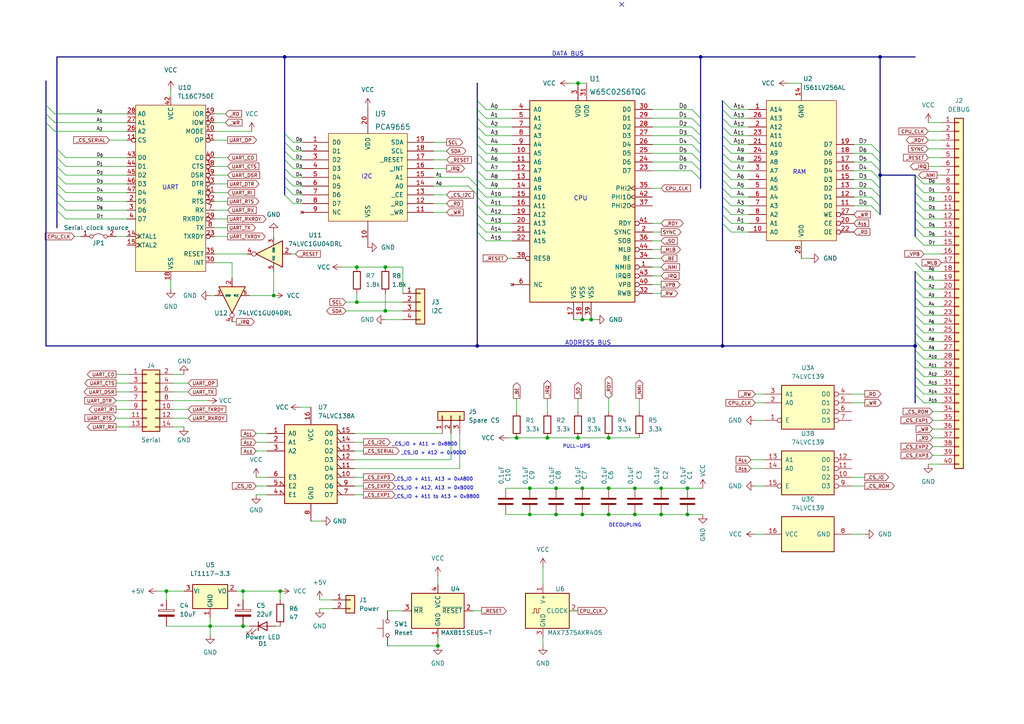
<source format=kicad_sch>
(kicad_sch (version 20211123) (generator eeschema)
  (paper "A4")
  (junction (at 199.39 141.605))
  (junction (at 111.76 77.47))
  (junction (at 199.39 149.225))
  (junction (at 191.77 141.605))
  (junction (at 171.45 92.71))
  (junction (at 161.29 149.225))
  (junction (at 161.29 141.605))
  (junction (at 167.64 127))
  (junction (at 168.91 149.225))
  (junction (at 81.28 171.45))
  (junction (at 149.86 127))
  (junction (at 153.67 149.225))
  (junction (at 153.67 141.605))
  (junction (at 203.2 16.51))
  (junction (at 168.91 141.605))
  (junction (at 60.96 181.61))
  (junction (at 103.505 77.47))
  (junction (at 79.375 85.725))
  (junction (at 111.76 90.17))
  (junction (at 176.53 149.225))
  (junction (at 176.53 127))
  (junction (at 265.43 100.33))
  (junction (at 138.43 100.33))
  (junction (at 168.91 92.71))
  (junction (at 82.55 16.51))
  (junction (at 70.485 171.45))
  (junction (at 255.27 50.8))
  (junction (at 255.27 16.51))
  (junction (at 70.485 181.61))
  (junction (at 127 187.325))
  (junction (at 103.505 87.63))
  (junction (at 167.64 24.13))
  (junction (at 48.26 171.45))
  (junction (at 209.55 100.33))
  (junction (at 184.15 141.605))
  (junction (at 158.75 127))
  (junction (at 176.53 141.605))
  (junction (at 184.15 149.225))
  (junction (at 191.77 149.225))
  (no_connect (at 180.34 1.27))
  (bus_entry (at 16.51 43.18) (size 2.54 2.54))
  (bus_entry (at 212.09 34.29) (size -2.54 -2.54))
  (bus_entry (at 212.09 31.75) (size -2.54 -2.54))
  (bus_entry (at 212.09 39.37) (size -2.54 -2.54))
  (bus_entry (at 212.09 36.83) (size -2.54 -2.54))
  (bus_entry (at 212.09 41.91) (size -2.54 -2.54))
  (bus_entry (at 212.09 44.45) (size -2.54 -2.54))
  (bus_entry (at 212.09 49.53) (size -2.54 -2.54))
  (bus_entry (at 212.09 52.07) (size -2.54 -2.54))
  (bus_entry (at 212.09 59.69) (size -2.54 -2.54))
  (bus_entry (at 212.09 64.77) (size -2.54 -2.54))
  (bus_entry (at 212.09 67.31) (size -2.54 -2.54))
  (bus_entry (at 212.09 62.23) (size -2.54 -2.54))
  (bus_entry (at 212.09 54.61) (size -2.54 -2.54))
  (bus_entry (at 212.09 46.99) (size -2.54 -2.54))
  (bus_entry (at 212.09 57.15) (size -2.54 -2.54))
  (bus_entry (at 138.43 57.15) (size 2.54 2.54))
  (bus_entry (at 138.43 62.23) (size 2.54 2.54))
  (bus_entry (at 138.43 59.69) (size 2.54 2.54))
  (bus_entry (at 138.43 64.77) (size 2.54 2.54))
  (bus_entry (at 138.43 67.31) (size 2.54 2.54))
  (bus_entry (at 138.43 54.61) (size 2.54 2.54))
  (bus_entry (at 138.43 49.53) (size 2.54 2.54))
  (bus_entry (at 138.43 52.07) (size 2.54 2.54))
  (bus_entry (at 138.43 46.99) (size 2.54 2.54))
  (bus_entry (at 138.43 39.37) (size 2.54 2.54))
  (bus_entry (at 138.43 41.91) (size 2.54 2.54))
  (bus_entry (at 138.43 44.45) (size 2.54 2.54))
  (bus_entry (at 265.43 83.82) (size 2.54 2.54))
  (bus_entry (at 16.51 48.26) (size 2.54 2.54))
  (bus_entry (at 265.43 66.04) (size 2.54 2.54))
  (bus_entry (at 82.55 56.515) (size 2.54 2.54))
  (bus_entry (at 16.51 45.72) (size 2.54 2.54))
  (bus_entry (at 16.51 58.42) (size 2.54 2.54))
  (bus_entry (at 265.43 101.6) (size 2.54 2.54))
  (bus_entry (at 265.43 96.52) (size 2.54 2.54))
  (bus_entry (at 265.43 63.5) (size 2.54 2.54))
  (bus_entry (at 82.55 41.275) (size 2.54 2.54))
  (bus_entry (at 16.51 53.34) (size 2.54 2.54))
  (bus_entry (at 13.335 35.56) (size 2.54 2.54))
  (bus_entry (at 265.43 86.36) (size 2.54 2.54))
  (bus_entry (at 82.55 53.975) (size 2.54 2.54))
  (bus_entry (at 138.43 34.29) (size 2.54 2.54))
  (bus_entry (at 138.43 31.75) (size 2.54 2.54))
  (bus_entry (at 138.43 29.21) (size 2.54 2.54))
  (bus_entry (at 135.89 53.975) (size 2.54 2.54))
  (bus_entry (at 265.43 111.76) (size 2.54 2.54))
  (bus_entry (at 265.43 68.58) (size 2.54 2.54))
  (bus_entry (at 265.43 88.9) (size 2.54 2.54))
  (bus_entry (at 252.73 41.91) (size 2.54 2.54))
  (bus_entry (at 252.73 59.69) (size 2.54 2.54))
  (bus_entry (at 265.43 93.98) (size 2.54 2.54))
  (bus_entry (at 265.43 104.14) (size 2.54 2.54))
  (bus_entry (at 252.73 57.15) (size 2.54 2.54))
  (bus_entry (at 265.43 81.28) (size 2.54 2.54))
  (bus_entry (at 82.55 38.735) (size 2.54 2.54))
  (bus_entry (at 252.73 54.61) (size 2.54 2.54))
  (bus_entry (at 252.73 49.53) (size 2.54 2.54))
  (bus_entry (at 252.73 52.07) (size 2.54 2.54))
  (bus_entry (at 265.43 106.68) (size 2.54 2.54))
  (bus_entry (at 265.43 114.3) (size 2.54 2.54))
  (bus_entry (at 16.51 60.96) (size 2.54 2.54))
  (bus_entry (at 265.43 91.44) (size 2.54 2.54))
  (bus_entry (at 265.43 55.88) (size 2.54 2.54))
  (bus_entry (at 265.43 109.22) (size 2.54 2.54))
  (bus_entry (at 16.51 55.88) (size 2.54 2.54))
  (bus_entry (at 82.55 46.355) (size 2.54 2.54))
  (bus_entry (at 265.43 60.96) (size 2.54 2.54))
  (bus_entry (at 82.55 48.895) (size 2.54 2.54))
  (bus_entry (at 252.73 44.45) (size 2.54 2.54))
  (bus_entry (at 252.73 46.99) (size 2.54 2.54))
  (bus_entry (at 13.335 33.02) (size 2.54 2.54))
  (bus_entry (at 265.43 99.06) (size 2.54 2.54))
  (bus_entry (at 135.89 51.435) (size 2.54 2.54))
  (bus_entry (at 265.43 58.42) (size 2.54 2.54))
  (bus_entry (at 265.43 53.34) (size 2.54 2.54))
  (bus_entry (at 265.43 76.2) (size 2.54 2.54))
  (bus_entry (at 200.66 39.37) (size 2.54 2.54))
  (bus_entry (at 200.66 41.91) (size 2.54 2.54))
  (bus_entry (at 200.66 36.83) (size 2.54 2.54))
  (bus_entry (at 200.66 46.99) (size 2.54 2.54))
  (bus_entry (at 200.66 49.53) (size 2.54 2.54))
  (bus_entry (at 200.66 44.45) (size 2.54 2.54))
  (bus_entry (at 200.66 34.29) (size 2.54 2.54))
  (bus_entry (at 200.66 31.75) (size 2.54 2.54))
  (bus_entry (at 82.55 51.435) (size 2.54 2.54))
  (bus_entry (at 82.55 43.815) (size 2.54 2.54))
  (bus_entry (at 138.43 36.83) (size 2.54 2.54))
  (bus_entry (at 16.51 50.8) (size 2.54 2.54))
  (bus_entry (at 265.43 78.74) (size 2.54 2.54))
  (bus_entry (at 13.335 30.48) (size 2.54 2.54))
  (bus_entry (at 265.43 50.8) (size 2.54 2.54))
  (wire (pts (xy 189.23 74.93) (xy 191.77 74.93)))
  (bus (pts (xy 13.335 100.33) (xy 138.43 100.33)))
  (wire (pts (xy 62.23 33.02) (xy 65.405 33.02)))
  (wire (pts (xy 85.09 56.515) (xy 87.63 56.515)))
  (wire (pts (xy 85.09 48.895) (xy 87.63 48.895)))
  (wire (pts (xy 212.09 64.77) (xy 217.17 64.77)))
  (wire (pts (xy 189.23 64.77) (xy 191.77 64.77)))
  (bus (pts (xy 138.43 36.83) (xy 138.43 39.37)))
  (bus (pts (xy 265.43 99.06) (xy 265.43 100.33)))
  (bus (pts (xy 203.2 39.37) (xy 203.2 41.91)))
  (wire (pts (xy 74.295 143.51) (xy 77.47 143.51)))
  (wire (pts (xy 140.97 31.75) (xy 148.59 31.75)))
  (wire (pts (xy 33.655 123.825) (xy 37.465 123.825)))
  (wire (pts (xy 189.23 69.85) (xy 191.77 69.85)))
  (bus (pts (xy 138.43 44.45) (xy 138.43 46.99)))
  (bus (pts (xy 16.51 50.8) (xy 16.51 48.26)))
  (wire (pts (xy 102.87 125.73) (xy 128.27 125.73)))
  (bus (pts (xy 203.2 39.37) (xy 203.2 36.83)))
  (bus (pts (xy 255.27 50.8) (xy 255.27 52.07)))
  (wire (pts (xy 67.31 93.345) (xy 68.58 93.345)))
  (bus (pts (xy 255.27 50.8) (xy 265.43 50.8)))
  (bus (pts (xy 255.27 16.51) (xy 255.27 44.45)))
  (wire (pts (xy 62.23 40.64) (xy 66.04 40.64)))
  (bus (pts (xy 265.43 104.14) (xy 265.43 106.68)))
  (wire (pts (xy 147.32 127) (xy 149.86 127)))
  (bus (pts (xy 209.55 46.99) (xy 209.55 49.53)))
  (bus (pts (xy 203.2 49.53) (xy 203.2 52.07)))
  (wire (pts (xy 74.295 125.73) (xy 77.47 125.73)))
  (wire (pts (xy 125.73 51.435) (xy 135.89 51.435)))
  (bus (pts (xy 265.43 63.5) (xy 265.43 66.04)))
  (wire (pts (xy 189.23 46.99) (xy 200.66 46.99)))
  (bus (pts (xy 203.2 46.99) (xy 203.2 49.53)))
  (wire (pts (xy 85.09 41.275) (xy 87.63 41.275)))
  (bus (pts (xy 16.51 58.42) (xy 16.51 55.88)))
  (wire (pts (xy 127 184.785) (xy 127 187.325)))
  (wire (pts (xy 267.97 60.96) (xy 273.05 60.96)))
  (wire (pts (xy 165.1 177.165) (xy 167.64 177.165)))
  (bus (pts (xy 209.55 39.37) (xy 209.55 41.91)))
  (bus (pts (xy 82.55 51.435) (xy 82.55 53.975)))
  (wire (pts (xy 199.39 149.225) (xy 191.77 149.225)))
  (bus (pts (xy 255.27 49.53) (xy 255.27 50.8)))
  (wire (pts (xy 176.53 141.605) (xy 168.91 141.605)))
  (bus (pts (xy 209.55 100.33) (xy 265.43 100.33)))
  (wire (pts (xy 19.05 63.5) (xy 36.83 63.5)))
  (wire (pts (xy 149.86 127) (xy 158.75 127)))
  (wire (pts (xy 90.17 151.13) (xy 93.345 151.13)))
  (bus (pts (xy 203.2 34.29) (xy 203.2 36.83)))
  (wire (pts (xy 212.09 67.31) (xy 217.17 67.31)))
  (wire (pts (xy 86.995 118.11) (xy 90.17 118.11)))
  (wire (pts (xy 112.395 177.165) (xy 116.84 177.165)))
  (bus (pts (xy 13.335 33.02) (xy 13.335 35.56)))
  (wire (pts (xy 111.76 90.17) (xy 116.84 90.17)))
  (wire (pts (xy 189.23 41.91) (xy 200.66 41.91)))
  (wire (pts (xy 62.23 53.34) (xy 66.04 53.34)))
  (bus (pts (xy 265.43 96.52) (xy 265.43 99.06)))
  (wire (pts (xy 49.53 26.035) (xy 49.53 27.94)))
  (wire (pts (xy 33.655 111.125) (xy 37.465 111.125)))
  (wire (pts (xy 167.64 24.13) (xy 170.18 24.13)))
  (wire (pts (xy 217.805 135.89) (xy 221.615 135.89)))
  (wire (pts (xy 49.53 81.28) (xy 49.53 83.82)))
  (wire (pts (xy 267.97 104.14) (xy 273.05 104.14)))
  (wire (pts (xy 189.23 67.31) (xy 191.77 67.31)))
  (wire (pts (xy 189.23 49.53) (xy 200.66 49.53)))
  (wire (pts (xy 247.015 138.43) (xy 250.825 138.43)))
  (wire (pts (xy 267.97 55.88) (xy 273.05 55.88)))
  (wire (pts (xy 74.295 140.97) (xy 77.47 140.97)))
  (wire (pts (xy 15.875 35.56) (xy 36.83 35.56)))
  (wire (pts (xy 62.23 76.2) (xy 67.31 76.2)))
  (bus (pts (xy 16.51 48.26) (xy 16.51 45.72)))
  (wire (pts (xy 140.97 36.83) (xy 148.59 36.83)))
  (wire (pts (xy 48.26 181.61) (xy 60.96 181.61)))
  (wire (pts (xy 19.05 50.8) (xy 36.83 50.8)))
  (wire (pts (xy 70.485 171.45) (xy 70.485 173.99)))
  (wire (pts (xy 19.05 55.88) (xy 36.83 55.88)))
  (wire (pts (xy 189.23 85.09) (xy 191.77 85.09)))
  (bus (pts (xy 255.27 52.07) (xy 255.27 54.61)))
  (wire (pts (xy 267.97 68.58) (xy 273.05 68.58)))
  (wire (pts (xy 168.91 141.605) (xy 161.29 141.605)))
  (wire (pts (xy 199.39 141.605) (xy 191.77 141.605)))
  (wire (pts (xy 100.33 87.63) (xy 103.505 87.63)))
  (wire (pts (xy 62.23 68.58) (xy 66.04 68.58)))
  (wire (pts (xy 267.97 99.06) (xy 273.05 99.06)))
  (wire (pts (xy 112.395 187.325) (xy 127 187.325)))
  (bus (pts (xy 82.55 41.275) (xy 82.55 43.815)))
  (wire (pts (xy 140.97 49.53) (xy 148.59 49.53)))
  (wire (pts (xy 168.91 92.71) (xy 171.45 92.71)))
  (bus (pts (xy 265.43 78.74) (xy 265.43 81.28)))
  (bus (pts (xy 138.43 62.23) (xy 138.43 64.77)))
  (wire (pts (xy 74.295 138.43) (xy 77.47 138.43)))
  (wire (pts (xy 189.23 36.83) (xy 200.66 36.83)))
  (wire (pts (xy 50.165 121.285) (xy 54.61 121.285)))
  (wire (pts (xy 267.97 71.12) (xy 273.05 71.12)))
  (bus (pts (xy 82.55 46.355) (xy 82.55 48.895)))
  (wire (pts (xy 102.87 133.35) (xy 130.81 133.35)))
  (bus (pts (xy 265.43 55.88) (xy 265.43 53.34)))
  (wire (pts (xy 212.09 52.07) (xy 217.17 52.07)))
  (wire (pts (xy 267.97 96.52) (xy 273.05 96.52)))
  (bus (pts (xy 82.55 38.735) (xy 82.55 41.275)))
  (wire (pts (xy 60.96 181.61) (xy 60.96 184.15)))
  (bus (pts (xy 16.51 55.88) (xy 16.51 53.34)))
  (wire (pts (xy 70.485 181.61) (xy 72.39 181.61)))
  (bus (pts (xy 209.55 57.15) (xy 209.55 59.69)))
  (wire (pts (xy 176.53 149.225) (xy 168.91 149.225)))
  (wire (pts (xy 103.505 77.47) (xy 99.06 77.47)))
  (wire (pts (xy 74.295 128.27) (xy 77.47 128.27)))
  (wire (pts (xy 84.455 73.66) (xy 85.725 73.66)))
  (bus (pts (xy 13.335 23.495) (xy 13.335 30.48)))
  (wire (pts (xy 102.87 143.51) (xy 105.41 143.51)))
  (wire (pts (xy 247.65 49.53) (xy 252.73 49.53)))
  (wire (pts (xy 33.655 116.205) (xy 37.465 116.205)))
  (wire (pts (xy 212.09 31.75) (xy 217.17 31.75)))
  (wire (pts (xy 267.97 83.82) (xy 273.05 83.82)))
  (bus (pts (xy 209.55 36.83) (xy 209.55 39.37)))
  (wire (pts (xy 219.075 140.97) (xy 221.615 140.97)))
  (wire (pts (xy 166.37 92.71) (xy 168.91 92.71)))
  (wire (pts (xy 79.375 78.74) (xy 79.375 85.725)))
  (bus (pts (xy 265.43 66.04) (xy 265.43 68.58)))
  (bus (pts (xy 209.55 34.29) (xy 209.55 36.83)))
  (bus (pts (xy 209.55 41.91) (xy 209.55 44.45)))
  (wire (pts (xy 50.165 113.665) (xy 54.61 113.665)))
  (bus (pts (xy 265.43 101.6) (xy 265.43 104.14)))
  (wire (pts (xy 62.23 50.8) (xy 66.04 50.8)))
  (wire (pts (xy 33.655 113.665) (xy 37.465 113.665)))
  (wire (pts (xy 184.15 141.605) (xy 176.53 141.605)))
  (wire (pts (xy 103.505 77.47) (xy 111.76 77.47)))
  (wire (pts (xy 267.97 91.44) (xy 273.05 91.44)))
  (wire (pts (xy 219.075 154.94) (xy 221.615 154.94)))
  (wire (pts (xy 116.84 77.47) (xy 111.76 77.47)))
  (wire (pts (xy 147.32 74.93) (xy 148.59 74.93)))
  (wire (pts (xy 267.97 101.6) (xy 273.05 101.6)))
  (wire (pts (xy 267.97 93.98) (xy 273.05 93.98)))
  (wire (pts (xy 267.97 66.04) (xy 273.05 66.04)))
  (wire (pts (xy 60.96 85.725) (xy 62.23 85.725)))
  (wire (pts (xy 50.165 118.745) (xy 54.61 118.745)))
  (wire (pts (xy 102.87 140.97) (xy 105.41 140.97)))
  (wire (pts (xy 189.23 80.01) (xy 191.77 80.01)))
  (wire (pts (xy 212.09 46.99) (xy 217.17 46.99)))
  (bus (pts (xy 138.43 67.31) (xy 138.43 100.33)))
  (bus (pts (xy 209.55 54.61) (xy 209.55 57.15)))
  (wire (pts (xy 217.805 133.35) (xy 221.615 133.35)))
  (wire (pts (xy 247.65 44.45) (xy 252.73 44.45)))
  (wire (pts (xy 212.09 34.29) (xy 217.17 34.29)))
  (wire (pts (xy 189.23 77.47) (xy 191.77 77.47)))
  (bus (pts (xy 209.55 64.77) (xy 209.55 62.23)))
  (wire (pts (xy 50.165 123.825) (xy 53.34 123.825)))
  (bus (pts (xy 138.43 24.13) (xy 138.43 29.21)))
  (wire (pts (xy 234.95 74.93) (xy 232.41 74.93)))
  (bus (pts (xy 209.55 52.07) (xy 209.55 54.61)))
  (wire (pts (xy 125.73 43.815) (xy 129.54 43.815)))
  (wire (pts (xy 130.81 125.73) (xy 130.81 133.35)))
  (wire (pts (xy 158.75 127) (xy 167.64 127)))
  (wire (pts (xy 219.075 116.84) (xy 221.615 116.84)))
  (bus (pts (xy 138.43 34.29) (xy 138.43 36.83)))
  (wire (pts (xy 60.96 181.61) (xy 70.485 181.61)))
  (wire (pts (xy 167.64 127) (xy 176.53 127)))
  (wire (pts (xy 125.73 56.515) (xy 129.54 56.515)))
  (wire (pts (xy 125.73 61.595) (xy 129.54 61.595)))
  (wire (pts (xy 140.97 39.37) (xy 148.59 39.37)))
  (bus (pts (xy 138.43 100.33) (xy 209.55 100.33)))
  (wire (pts (xy 111.76 92.71) (xy 116.84 92.71)))
  (wire (pts (xy 270.51 129.54) (xy 273.05 129.54)))
  (bus (pts (xy 265.43 50.8) (xy 265.43 53.34)))
  (bus (pts (xy 265.43 100.33) (xy 265.43 101.6)))
  (wire (pts (xy 203.835 141.605) (xy 199.39 141.605)))
  (wire (pts (xy 269.24 40.64) (xy 273.05 40.64)))
  (bus (pts (xy 265.43 88.9) (xy 265.43 91.44)))
  (bus (pts (xy 209.55 59.69) (xy 209.55 62.23)))
  (wire (pts (xy 80.01 181.61) (xy 81.28 181.61)))
  (bus (pts (xy 265.43 58.42) (xy 265.43 60.96)))
  (wire (pts (xy 92.71 176.53) (xy 96.52 176.53)))
  (bus (pts (xy 203.2 44.45) (xy 203.2 46.99)))
  (wire (pts (xy 33.655 118.745) (xy 37.465 118.745)))
  (wire (pts (xy 267.97 116.84) (xy 273.05 116.84)))
  (wire (pts (xy 189.23 34.29) (xy 200.66 34.29)))
  (wire (pts (xy 62.23 58.42) (xy 66.04 58.42)))
  (wire (pts (xy 189.23 44.45) (xy 200.66 44.45)))
  (wire (pts (xy 62.23 60.96) (xy 66.04 60.96)))
  (bus (pts (xy 13.335 30.48) (xy 13.335 33.02)))
  (bus (pts (xy 82.55 16.51) (xy 203.2 16.51)))
  (bus (pts (xy 138.43 29.21) (xy 138.43 31.75)))
  (wire (pts (xy 15.875 38.1) (xy 36.83 38.1)))
  (wire (pts (xy 271.78 50.8) (xy 273.05 50.8)))
  (bus (pts (xy 16.51 53.34) (xy 16.51 50.8)))
  (wire (pts (xy 212.09 54.61) (xy 217.17 54.61)))
  (wire (pts (xy 116.84 85.09) (xy 116.84 77.47)))
  (wire (pts (xy 267.97 88.9) (xy 273.05 88.9)))
  (wire (pts (xy 167.64 115.57) (xy 167.64 119.38)))
  (wire (pts (xy 140.97 52.07) (xy 148.59 52.07)))
  (bus (pts (xy 138.43 49.53) (xy 138.43 52.07)))
  (wire (pts (xy 203.835 149.225) (xy 199.39 149.225)))
  (wire (pts (xy 33.655 108.585) (xy 37.465 108.585)))
  (wire (pts (xy 189.23 31.75) (xy 200.66 31.75)))
  (wire (pts (xy 269.24 35.56) (xy 273.05 35.56)))
  (wire (pts (xy 158.75 115.57) (xy 158.75 119.38)))
  (wire (pts (xy 102.87 128.27) (xy 105.41 128.27)))
  (wire (pts (xy 85.09 46.355) (xy 87.63 46.355)))
  (wire (pts (xy 153.67 149.225) (xy 161.29 149.225)))
  (wire (pts (xy 157.48 184.785) (xy 157.48 187.325)))
  (wire (pts (xy 19.05 58.42) (xy 36.83 58.42)))
  (wire (pts (xy 212.09 36.83) (xy 217.17 36.83)))
  (wire (pts (xy 146.685 149.225) (xy 153.67 149.225)))
  (wire (pts (xy 247.015 154.94) (xy 250.825 154.94)))
  (wire (pts (xy 62.23 55.88) (xy 66.04 55.88)))
  (bus (pts (xy 82.55 16.51) (xy 82.55 38.735)))
  (wire (pts (xy 270.51 124.46) (xy 273.05 124.46)))
  (bus (pts (xy 203.2 16.51) (xy 255.27 16.51)))
  (bus (pts (xy 265.43 81.28) (xy 265.43 83.82)))
  (wire (pts (xy 228.6 24.13) (xy 232.41 24.13)))
  (wire (pts (xy 68.58 171.45) (xy 70.485 171.45)))
  (wire (pts (xy 270.51 121.92) (xy 273.05 121.92)))
  (bus (pts (xy 138.43 52.07) (xy 138.43 53.975)))
  (bus (pts (xy 203.2 16.51) (xy 203.2 34.29)))
  (bus (pts (xy 265.43 91.44) (xy 265.43 93.98)))
  (wire (pts (xy 48.26 171.45) (xy 53.34 171.45)))
  (bus (pts (xy 255.27 16.51) (xy 265.43 16.51)))
  (wire (pts (xy 191.77 149.225) (xy 184.15 149.225)))
  (wire (pts (xy 50.165 111.125) (xy 54.61 111.125)))
  (wire (pts (xy 247.015 114.3) (xy 250.825 114.3)))
  (wire (pts (xy 267.97 111.76) (xy 273.05 111.76)))
  (bus (pts (xy 16.51 16.51) (xy 82.55 16.51)))
  (wire (pts (xy 247.015 140.97) (xy 250.825 140.97)))
  (wire (pts (xy 269.24 38.1) (xy 273.05 38.1)))
  (wire (pts (xy 92.71 173.99) (xy 96.52 173.99)))
  (wire (pts (xy 189.23 72.39) (xy 191.77 72.39)))
  (wire (pts (xy 125.73 48.895) (xy 129.54 48.895)))
  (wire (pts (xy 70.485 171.45) (xy 81.28 171.45)))
  (wire (pts (xy 191.77 141.605) (xy 184.15 141.605)))
  (wire (pts (xy 267.97 109.22) (xy 273.05 109.22)))
  (bus (pts (xy 138.43 46.99) (xy 138.43 49.53)))
  (wire (pts (xy 102.87 135.89) (xy 133.35 135.89)))
  (wire (pts (xy 267.97 53.34) (xy 273.05 53.34)))
  (bus (pts (xy 265.43 60.96) (xy 265.43 63.5)))
  (bus (pts (xy 209.55 31.75) (xy 209.55 29.21)))
  (wire (pts (xy 176.53 127) (xy 185.42 127)))
  (bus (pts (xy 265.43 111.76) (xy 265.43 114.3)))
  (bus (pts (xy 209.55 49.53) (xy 209.55 52.07)))
  (wire (pts (xy 79.375 67.31) (xy 79.375 68.58)))
  (wire (pts (xy 149.86 115.57) (xy 149.86 119.38)))
  (wire (pts (xy 269.24 43.18) (xy 273.05 43.18)))
  (bus (pts (xy 16.51 43.18) (xy 16.51 16.51)))
  (wire (pts (xy 15.875 33.02) (xy 36.83 33.02)))
  (wire (pts (xy 45.72 171.45) (xy 48.26 171.45)))
  (bus (pts (xy 16.51 60.96) (xy 16.51 58.42)))
  (wire (pts (xy 125.73 46.355) (xy 129.54 46.355)))
  (bus (pts (xy 203.2 41.91) (xy 203.2 44.45)))
  (wire (pts (xy 62.23 38.1) (xy 73.025 38.1)))
  (wire (pts (xy 140.97 62.23) (xy 148.59 62.23)))
  (bus (pts (xy 138.43 59.69) (xy 138.43 62.23)))
  (wire (pts (xy 103.505 87.63) (xy 116.84 87.63)))
  (wire (pts (xy 212.09 39.37) (xy 217.17 39.37)))
  (bus (pts (xy 203.2 52.07) (xy 203.2 54.61)))
  (wire (pts (xy 33.655 68.58) (xy 36.83 68.58)))
  (wire (pts (xy 140.97 67.31) (xy 148.59 67.31)))
  (wire (pts (xy 111.76 85.09) (xy 111.76 90.17)))
  (wire (pts (xy 270.51 127) (xy 273.05 127)))
  (wire (pts (xy 140.97 41.91) (xy 148.59 41.91)))
  (wire (pts (xy 137.16 177.165) (xy 139.7 177.165)))
  (wire (pts (xy 269.24 134.62) (xy 273.05 134.62)))
  (wire (pts (xy 267.97 81.28) (xy 273.05 81.28)))
  (wire (pts (xy 168.91 149.225) (xy 161.29 149.225)))
  (wire (pts (xy 247.65 52.07) (xy 252.73 52.07)))
  (wire (pts (xy 140.97 64.77) (xy 148.59 64.77)))
  (wire (pts (xy 212.09 62.23) (xy 217.17 62.23)))
  (bus (pts (xy 16.51 66.04) (xy 16.51 60.96)))
  (wire (pts (xy 247.65 41.91) (xy 252.73 41.91)))
  (wire (pts (xy 140.97 34.29) (xy 148.59 34.29)))
  (wire (pts (xy 19.05 60.96) (xy 36.83 60.96)))
  (bus (pts (xy 255.27 57.15) (xy 255.27 59.69)))
  (wire (pts (xy 140.97 54.61) (xy 148.59 54.61)))
  (bus (pts (xy 209.55 44.45) (xy 209.55 46.99)))
  (wire (pts (xy 140.97 46.99) (xy 148.59 46.99)))
  (bus (pts (xy 255.27 54.61) (xy 255.27 57.15)))
  (wire (pts (xy 140.97 44.45) (xy 148.59 44.45)))
  (bus (pts (xy 265.43 58.42) (xy 265.43 55.88)))
  (wire (pts (xy 171.45 92.71) (xy 172.72 92.71)))
  (wire (pts (xy 165.1 24.13) (xy 167.64 24.13)))
  (wire (pts (xy 247.65 57.15) (xy 252.73 57.15)))
  (wire (pts (xy 267.97 106.68) (xy 273.05 106.68)))
  (wire (pts (xy 212.09 57.15) (xy 217.17 57.15)))
  (wire (pts (xy 50.165 116.205) (xy 60.325 116.205)))
  (wire (pts (xy 81.28 171.45) (xy 81.28 173.99)))
  (wire (pts (xy 267.97 63.5) (xy 273.05 63.5)))
  (wire (pts (xy 140.97 69.85) (xy 148.59 69.85)))
  (wire (pts (xy 102.87 130.81) (xy 105.41 130.81)))
  (wire (pts (xy 212.09 49.53) (xy 217.17 49.53)))
  (wire (pts (xy 189.23 82.55) (xy 191.77 82.55)))
  (wire (pts (xy 267.97 78.74) (xy 273.05 78.74)))
  (wire (pts (xy 270.51 119.38) (xy 273.05 119.38)))
  (wire (pts (xy 103.505 85.09) (xy 103.505 87.63)))
  (bus (pts (xy 265.43 109.22) (xy 265.43 111.76)))
  (wire (pts (xy 270.51 132.08) (xy 273.05 132.08)))
  (wire (pts (xy 153.67 141.605) (xy 161.29 141.605)))
  (wire (pts (xy 19.05 53.34) (xy 36.83 53.34)))
  (wire (pts (xy 62.23 48.26) (xy 66.04 48.26)))
  (wire (pts (xy 247.015 116.84) (xy 250.825 116.84)))
  (wire (pts (xy 212.09 41.91) (xy 217.17 41.91)))
  (wire (pts (xy 62.23 45.72) (xy 66.04 45.72)))
  (wire (pts (xy 269.24 48.26) (xy 273.05 48.26)))
  (wire (pts (xy 267.97 73.66) (xy 273.05 73.66)))
  (wire (pts (xy 48.26 171.45) (xy 48.26 173.99)))
  (wire (pts (xy 184.15 149.225) (xy 176.53 149.225)))
  (wire (pts (xy 67.31 80.645) (xy 67.31 76.2)))
  (bus (pts (xy 82.55 43.815) (xy 82.55 46.355)))
  (wire (pts (xy 247.65 59.69) (xy 252.73 59.69)))
  (bus (pts (xy 16.51 45.72) (xy 16.51 43.18)))
  (wire (pts (xy 60.96 179.07) (xy 60.96 181.61)))
  (wire (pts (xy 50.165 108.585) (xy 53.34 108.585)))
  (wire (pts (xy 62.23 66.04) (xy 66.04 66.04)))
  (wire (pts (xy 219.075 114.3) (xy 221.615 114.3)))
  (wire (pts (xy 85.09 53.975) (xy 87.63 53.975)))
  (wire (pts (xy 140.97 57.15) (xy 148.59 57.15)))
  (wire (pts (xy 74.295 130.81) (xy 77.47 130.81)))
  (wire (pts (xy 146.685 141.605) (xy 153.67 141.605)))
  (wire (pts (xy 100.33 90.17) (xy 111.76 90.17)))
  (wire (pts (xy 247.65 46.99) (xy 252.73 46.99)))
  (wire (pts (xy 72.39 85.725) (xy 79.375 85.725)))
  (wire (pts (xy 185.42 115.57) (xy 185.42 119.38)))
  (bus (pts (xy 255.27 46.99) (xy 255.27 49.53)))
  (wire (pts (xy 85.09 59.055) (xy 87.63 59.055)))
  (bus (pts (xy 209.55 34.29) (xy 209.55 31.75)))
  (bus (pts (xy 138.43 64.77) (xy 138.43 67.31)))
  (wire (pts (xy 212.09 44.45) (xy 217.17 44.45)))
  (bus (pts (xy 82.55 48.895) (xy 82.55 51.435)))
  (wire (pts (xy 31.75 40.64) (xy 36.83 40.64)))
  (wire (pts (xy 125.73 59.055) (xy 129.54 59.055)))
  (wire (pts (xy 85.09 51.435) (xy 87.63 51.435)))
  (wire (pts (xy 33.655 121.285) (xy 37.465 121.285)))
  (bus (pts (xy 138.43 39.37) (xy 138.43 41.91)))
  (wire (pts (xy 133.35 125.73) (xy 133.35 135.89)))
  (wire (pts (xy 269.24 45.72) (xy 273.05 45.72)))
  (wire (pts (xy 19.05 48.26) (xy 36.83 48.26)))
  (bus (pts (xy 255.27 44.45) (xy 255.27 46.99)))
  (wire (pts (xy 125.73 41.275) (xy 129.54 41.275)))
  (wire (pts (xy 157.48 164.465) (xy 157.48 169.545)))
  (wire (pts (xy 21.59 68.58) (xy 23.495 68.58)))
  (wire (pts (xy 267.97 114.3) (xy 273.05 114.3)))
  (bus (pts (xy 255.27 59.69) (xy 255.27 62.23)))
  (bus (pts (xy 138.43 54.61) (xy 138.43 56.515)))
  (bus (pts (xy 138.43 56.515) (xy 138.43 57.15)))
  (wire (pts (xy 125.73 53.975) (xy 135.89 53.975)))
  (wire (pts (xy 176.53 115.57) (xy 176.53 119.38)))
  (wire (pts (xy 212.09 59.69) (xy 217.17 59.69)))
  (bus (pts (xy 138.43 31.75) (xy 138.43 34.29)))
  (wire (pts (xy 85.09 43.815) (xy 87.63 43.815)))
  (wire (pts (xy 127 167.005) (xy 127 169.545)))
  (bus (pts (xy 209.55 64.77) (xy 209.55 100.33)))
  (wire (pts (xy 219.075 121.92) (xy 221.615 121.92)))
  (wire (pts (xy 19.05 45.72) (xy 36.83 45.72)))
  (wire (pts (xy 267.97 58.42) (xy 273.05 58.42)))
  (wire (pts (xy 102.87 138.43) (xy 105.41 138.43)))
  (bus (pts (xy 13.335 35.56) (xy 13.335 100.33)))
  (wire (pts (xy 189.23 54.61) (xy 191.77 54.61)))
  (wire (pts (xy 62.23 35.56) (xy 65.405 35.56)))
  (wire (pts (xy 140.97 59.69) (xy 148.59 59.69)))
  (wire (pts (xy 189.23 39.37) (xy 200.66 39.37)))
  (bus (pts (xy 138.43 41.91) (xy 138.43 44.45)))
  (wire (pts (xy 62.23 73.66) (xy 71.755 73.66)))
  (bus (pts (xy 138.43 57.15) (xy 138.43 59.69)))
  (bus (pts (xy 265.43 114.3) (xy 265.43 116.84)))
  (wire (pts (xy 247.65 54.61) (xy 252.73 54.61)))
  (wire (pts (xy 267.97 86.36) (xy 273.05 86.36)))
  (bus (pts (xy 138.43 53.975) (xy 138.43 54.61)))
  (bus (pts (xy 265.43 86.36) (xy 265.43 88.9)))
  (wire (pts (xy 62.23 63.5) (xy 66.04 63.5)))
  (bus (pts (xy 82.55 53.975) (xy 82.55 56.515)))
  (bus (pts (xy 265.43 93.98) (xy 265.43 96.52)))
  (bus (pts (xy 265.43 106.68) (xy 265.43 109.22)))
  (bus (pts (xy 265.43 83.82) (xy 265.43 86.36)))
  (text "UART" (at 46.99 55.245 0) (effects (font (size 1.27 1.27)) (justify left bottom)))
  (text "I2C" (at 104.775 52.07 0) (effects (font (size 1.27 1.27)) (justify left bottom)))
  (text "_CS_IO + A11, A13 = 0xA800" (at 114.3 139.7 0) (effects (font (size 1 1)) (justify left bottom)))
  (text "_CS_IO + A12 = 0x9000" (at 116.205 132.08 0) (effects (font (size 1 1)) (justify left bottom)))
  (text "DATA BUS" (at 160.02 16.51 0) (effects (font (size 1.27 1.27)) (justify left bottom)))
  (text "CPU" (at 166.37 58.42 0) (effects (font (size 1.27 1.27)) (justify left bottom)))
  (text "DECOUPLING" (at 176.53 153.035 0) (effects (font (size 1 1)) (justify left bottom)))
  (text "ADDRESS BUS" (at 163.83 100.33 0) (effects (font (size 1.27 1.27)) (justify left bottom)))
  (text "_CS_IO + A11 = 0x8800" (at 113.665 129.54 0) (effects (font (size 1 1)) (justify left bottom)))
  (text "_CS_IO + A11 to A13 = 0xB800" (at 114.3 144.78 0) (effects (font (size 1 1)) (justify left bottom)))
  (text "PULL-UPS" (at 163.195 130.175 0) (effects (font (size 1 1)) (justify left bottom)))
  (text "_CS_IO + A12, A13 = 0xB000" (at 114.3 142.24 0) (effects (font (size 1 1)) (justify left bottom)))
  (text "RAM" (at 229.87 50.8 0) (effects (font (size 1.27 1.27)) (justify left bottom)))
  (label "A_{2}" (at 27.94 38.1 0) (effects (font (size 1 1))))
  (label "D_{4}" (at 85.725 51.435 0) (effects (font (size 1 1))))
  (label "D_{0}" (at 85.725 41.275 0) (effects (font (size 1 1))))
  (label "A_{13}" (at 269.24 111.76 0) (effects (font (size 1 1))))
  (label "D_{0}" (at 269.24 53.34 0) (effects (font (size 1 1))))
  (label "D_{7}" (at 85.725 59.055 0) (effects (font (size 1 1))))
  (label "D_{2}" (at 269.24 58.42 0) (effects (font (size 1 1))))
  (label "A_{4}" (at 215.9 57.15 180))
  (label "A_{12}" (at 142.24 62.23 0))
  (label "D_{1}" (at 251.46 57.15 180))
  (label "D_{6}" (at 85.725 56.515 0) (effects (font (size 1 1))))
  (label "D_{2}" (at 196.85 36.83 0))
  (label "A_{6}" (at 215.9 52.07 180))
  (label "A_{0}" (at 142.24 31.75 0))
  (label "A_{1}" (at 27.94 35.56 0) (effects (font (size 1 1))))
  (label "A_{0}" (at 126.365 53.975 0) (effects (font (size 1 1))))
  (label "D_{2}" (at 27.94 50.8 0) (effects (font (size 1 1))))
  (label "A_{14}" (at 215.9 31.75 180))
  (label "A_{6}" (at 269.24 93.98 0) (effects (font (size 1 1))))
  (label "D_{4}" (at 196.85 41.91 0))
  (label "D_{1}" (at 196.85 34.29 0))
  (label "A_{14}" (at 142.24 67.31 0))
  (label "A_{9}" (at 269.24 101.6 0) (effects (font (size 1 1))))
  (label "D_{7}" (at 27.94 63.5 0) (effects (font (size 1 1))))
  (label "A_{4}" (at 269.24 88.9 0) (effects (font (size 1 1))))
  (label "D_{3}" (at 251.46 52.07 180))
  (label "A_{6}" (at 142.24 46.99 0))
  (label "A_{12}" (at 269.24 109.22 0) (effects (font (size 1 1))))
  (label "D_{3}" (at 27.94 53.34 0) (effects (font (size 1 1))))
  (label "D_{1}" (at 269.24 55.88 0) (effects (font (size 1 1))))
  (label "A_{0}" (at 215.9 67.31 180))
  (label "D_{5}" (at 27.94 58.42 0) (effects (font (size 1 1))))
  (label "A_{5}" (at 215.9 54.61 180))
  (label "D_{4}" (at 269.24 63.5 0) (effects (font (size 1 1))))
  (label "A_{3}" (at 269.24 86.36 0) (effects (font (size 1 1))))
  (label "D_{7}" (at 196.85 49.53 0))
  (label "D_{0}" (at 196.85 31.75 0))
  (label "A_{7}" (at 215.9 49.53 180))
  (label "A_{8}" (at 269.24 99.06 0) (effects (font (size 1 1))))
  (label "A_{11}" (at 142.24 59.69 0))
  (label "D_{2}" (at 85.725 46.355 0) (effects (font (size 1 1))))
  (label "D_{5}" (at 85.725 53.975 0) (effects (font (size 1 1))))
  (label "A_{5}" (at 142.24 44.45 0))
  (label "A_{2}" (at 215.9 62.23 180))
  (label "A_{1}" (at 269.24 81.28 0) (effects (font (size 1 1))))
  (label "A_{1}" (at 215.9 64.77 180))
  (label "A_{0}" (at 269.24 78.74 0) (effects (font (size 1 1))))
  (label "A_{11}" (at 215.9 39.37 180))
  (label "D_{6}" (at 251.46 44.45 180))
  (label "A_{8}" (at 215.9 46.99 180))
  (label "D_{5}" (at 269.24 66.04 0) (effects (font (size 1 1))))
  (label "A_{1}" (at 126.365 51.435 0) (effects (font (size 1 1))))
  (label "D_{0}" (at 251.46 59.69 180))
  (label "A_{13}" (at 142.24 64.77 0))
  (label "A_{2}" (at 269.24 83.82 0) (effects (font (size 1 1))))
  (label "A_{2}" (at 142.24 36.83 0))
  (label "D_{3}" (at 85.725 48.895 0) (effects (font (size 1 1))))
  (label "D_{1}" (at 27.94 48.26 0) (effects (font (size 1 1))))
  (label "A_{3}" (at 215.9 59.69 180))
  (label "D_{4}" (at 251.46 49.53 180))
  (label "A_{7}" (at 142.24 49.53 0))
  (label "A_{5}" (at 269.24 91.44 0) (effects (font (size 1 1))))
  (label "A_{9}" (at 215.9 44.45 180))
  (label "A_{0}" (at 27.94 33.02 0) (effects (font (size 1 1))))
  (label "A_{8}" (at 142.24 52.07 0))
  (label "D_{7}" (at 251.46 41.91 180))
  (label "A_{9}" (at 142.24 54.61 0))
  (label "A_{7}" (at 269.24 96.52 0) (effects (font (size 1 1))))
  (label "D_{5}" (at 251.46 46.99 180))
  (label "A_{1}" (at 142.24 34.29 0))
  (label "A_{10}" (at 215.9 41.91 180))
  (label "D_{0}" (at 27.94 45.72 0) (effects (font (size 1 1))))
  (label "A_{3}" (at 142.24 39.37 0))
  (label "A_{14}" (at 269.24 114.3 0) (effects (font (size 1 1))))
  (label "D_{7}" (at 269.24 71.12 0) (effects (font (size 1 1))))
  (label "A_{10}" (at 142.24 57.15 0))
  (label "A_{15}" (at 142.24 69.85 0))
  (label "D_{6}" (at 269.24 68.58 0) (effects (font (size 1 1))))
  (label "D_{3}" (at 196.85 39.37 0))
  (label "A_{11}" (at 269.24 106.68 0) (effects (font (size 1 1))))
  (label "D_{3}" (at 269.24 60.96 0) (effects (font (size 1 1))))
  (label "A_{12}" (at 215.9 36.83 180))
  (label "A_{13}" (at 215.9 34.29 180))
  (label "A_{15}" (at 269.24 116.84 0) (effects (font (size 1 1))))
  (label "D_{6}" (at 196.85 46.99 0))
  (label "A_{4}" (at 142.24 41.91 0))
  (label "D_{6}" (at 27.94 60.96 0) (effects (font (size 1 1))))
  (label "A_{10}" (at 269.24 104.14 0) (effects (font (size 1 1))))
  (label "D_{5}" (at 196.85 44.45 0))
  (label "D_{1}" (at 85.725 43.815 0) (effects (font (size 1 1))))
  (label "D_{2}" (at 251.46 54.61 180))
  (label "D_{4}" (at 27.94 55.88 0) (effects (font (size 1 1))))
  (global_label "UART_DSR" (shape output) (at 33.655 113.665 180) (effects (font (size 1 1))) (property "Intersheet References" "${INTERSHEET_REFS}" (effects hide)))
  (global_label "A_{11}" (shape input) (at 74.295 125.73 180) (effects (font (size 1 1))) (property "Intersheet References" "${INTERSHEET_REFS}" (effects hide)))
  (global_label "_RESET" (shape input) (at 129.54 46.355 0) (effects (font (size 1 1))) (property "Intersheet References" "${INTERSHEET_REFS}" (effects hide)))
  (global_label "UART_CD" (shape input) (at 66.04 45.72 0) (effects (font (size 1 1))) (property "Intersheet References" "${INTERSHEET_REFS}" (effects hide)))
  (global_label "_MLB" (shape output) (at 191.77 72.39 0) (effects (font (size 1 1))) (property "Intersheet References" "${INTERSHEET_REFS}" (effects hide)))
  (global_label "_WR" (shape input) (at 129.54 61.595 0) (effects (font (size 1 1))) (property "Intersheet References" "${INTERSHEET_REFS}" (effects hide)))
  (global_label "UART_TX" (shape input) (at 54.61 113.665 0) (effects (font (size 1 1))) (property "Intersheet References" "${INTERSHEET_REFS}" (effects hide)))
  (global_label "_CS_EXP3" (shape input) (at 270.51 132.08 180) (effects (font (size 1 1))) (property "Intersheet References" "${INTERSHEET_REFS}" (effects hide)))
  (global_label "_RESET" (shape input) (at 147.32 74.93 180) (effects (font (size 1 1))) (property "Intersheet References" "${INTERSHEET_REFS}" (effects hide)))
  (global_label "_BE" (shape input) (at 191.77 74.93 0) (effects (font (size 1 1))) (property "Intersheet References" "${INTERSHEET_REFS}" (effects hide)))
  (global_label "SCL" (shape output) (at 129.54 41.275 0) (effects (font (size 1 1))) (property "Intersheet References" "${INTERSHEET_REFS}" (effects hide)))
  (global_label "UART_RTS" (shape output) (at 66.04 58.42 0) (effects (font (size 1 1))) (property "Intersheet References" "${INTERSHEET_REFS}" (effects hide)))
  (global_label "_CS_SERIAL" (shape output) (at 105.41 130.81 0) (effects (font (size 1 1))) (property "Intersheet References" "${INTERSHEET_REFS}" (effects hide)))
  (global_label "_RDY" (shape bidirectional) (at 191.77 64.77 0) (effects (font (size 1 1))) (property "Intersheet References" "${INTERSHEET_REFS}" (effects hide)))
  (global_label "_IRQ" (shape output) (at 68.58 93.345 0) (effects (font (size 1 1))) (property "Intersheet References" "${INTERSHEET_REFS}" (effects hide)))
  (global_label "UART_DTR" (shape output) (at 66.04 53.34 0) (effects (font (size 1 1))) (property "Intersheet References" "${INTERSHEET_REFS}" (effects hide)))
  (global_label "_MLB" (shape input) (at 273.05 76.2 180) (effects (font (size 1 1))) (property "Intersheet References" "${INTERSHEET_REFS}" (effects hide)))
  (global_label "_RD" (shape input) (at 247.65 67.31 0) (effects (font (size 1 1))) (property "Intersheet References" "${INTERSHEET_REFS}" (effects hide)))
  (global_label "SYNC" (shape input) (at 269.24 43.18 180) (effects (font (size 1 1))) (property "Intersheet References" "${INTERSHEET_REFS}" (effects hide)))
  (global_label "UART_CTS" (shape output) (at 33.655 111.125 180) (effects (font (size 1 1))) (property "Intersheet References" "${INTERSHEET_REFS}" (effects hide)))
  (global_label "_VPB" (shape output) (at 191.77 82.55 0) (effects (font (size 1 1))) (property "Intersheet References" "${INTERSHEET_REFS}" (effects hide)))
  (global_label "_CS_EXP1" (shape input) (at 270.51 121.92 180) (effects (font (size 1 1))) (property "Intersheet References" "${INTERSHEET_REFS}" (effects hide)))
  (global_label "UART_OP" (shape output) (at 66.04 40.64 0) (effects (font (size 1 1))) (property "Intersheet References" "${INTERSHEET_REFS}" (effects hide)))
  (global_label "UART_RX" (shape input) (at 66.04 60.96 0) (effects (font (size 1 1))) (property "Intersheet References" "${INTERSHEET_REFS}" (effects hide)))
  (global_label "_NMI" (shape input) (at 191.77 77.47 0) (effects (font (size 1 1))) (property "Intersheet References" "${INTERSHEET_REFS}" (effects hide)))
  (global_label "_WR" (shape output) (at 250.825 116.84 0) (effects (font (size 1 1))) (property "Intersheet References" "${INTERSHEET_REFS}" (effects hide)))
  (global_label "UART_DSR" (shape input) (at 66.04 50.8 0) (effects (font (size 1 1))) (property "Intersheet References" "${INTERSHEET_REFS}" (effects hide)))
  (global_label "_RD" (shape output) (at 250.825 114.3 0) (effects (font (size 1 1))) (property "Intersheet References" "${INTERSHEET_REFS}" (effects hide)))
  (global_label "UART_RI" (shape input) (at 66.04 55.88 0) (effects (font (size 1 1))) (property "Intersheet References" "${INTERSHEET_REFS}" (effects hide)))
  (global_label "UART_OP" (shape input) (at 54.61 111.125 0) (effects (font (size 1 1))) (property "Intersheet References" "${INTERSHEET_REFS}" (effects hide)))
  (global_label "SDA" (shape bidirectional) (at 129.54 43.815 0) (effects (font (size 1 1))) (property "Intersheet References" "${INTERSHEET_REFS}" (effects hide)))
  (global_label "UART_TXRDY" (shape input) (at 54.61 118.745 0) (effects (font (size 1 1))) (property "Intersheet References" "${INTERSHEET_REFS}" (effects hide)))
  (global_label "_IRQ" (shape output) (at 129.54 48.895 0) (effects (font (size 1 1))) (property "Intersheet References" "${INTERSHEET_REFS}" (effects hide)))
  (global_label "_RW" (shape output) (at 191.77 85.09 0) (effects (font (size 1 1))) (property "Intersheet References" "${INTERSHEET_REFS}" (effects hide)))
  (global_label "_CS_EXP1" (shape output) (at 105.41 143.51 0) (effects (font (size 1 1))) (property "Intersheet References" "${INTERSHEET_REFS}" (effects hide)))
  (global_label "_NMI" (shape output) (at 271.78 50.8 180) (effects (font (size 1 1))) (property "Intersheet References" "${INTERSHEET_REFS}" (effects hide)))
  (global_label "CPU_CLK" (shape input) (at 269.24 38.1 180) (effects (font (size 1 1))) (property "Intersheet References" "${INTERSHEET_REFS}" (effects hide)))
  (global_label "_WR" (shape input) (at 247.65 62.23 0) (effects (font (size 1 1))) (property "Intersheet References" "${INTERSHEET_REFS}" (effects hide)))
  (global_label "_CS_SERIAL" (shape input) (at 31.75 40.64 180) (effects (font (size 1 1))) (property "Intersheet References" "${INTERSHEET_REFS}" (effects hide)))
  (global_label "UART_RX" (shape output) (at 33.655 123.825 180) (effects (font (size 1 1))) (property "Intersheet References" "${INTERSHEET_REFS}" (effects hide)))
  (global_label "_WR" (shape input) (at 65.405 35.56 0) (effects (font (size 1 1))) (property "Intersheet References" "${INTERSHEET_REFS}" (effects hide)))
  (global_label "UART_CTS" (shape input) (at 66.04 48.26 0) (effects (font (size 1 1))) (property "Intersheet References" "${INTERSHEET_REFS}" (effects hide)))
  (global_label "A_{15}" (shape input) (at 217.805 135.89 180) (effects (font (size 1 1))) (property "Intersheet References" "${INTERSHEET_REFS}" (effects hide)))
  (global_label "_CS_EXP3" (shape output) (at 105.41 138.43 0) (effects (font (size 1 1))) (property "Intersheet References" "${INTERSHEET_REFS}" (effects hide)))
  (global_label "A_{15}" (shape input) (at 247.65 64.77 0) (effects (font (size 1 1))) (property "Intersheet References" "${INTERSHEET_REFS}" (effects hide)))
  (global_label "_IRQ" (shape output) (at 158.75 115.57 90) (effects (font (size 1 1))) (property "Intersheet References" "${INTERSHEET_REFS}" (effects hide)))
  (global_label "_VPB" (shape input) (at 267.97 73.66 180) (effects (font (size 1 1))) (property "Intersheet References" "${INTERSHEET_REFS}" (effects hide)))
  (global_label "_RDY" (shape bidirectional) (at 269.24 40.64 180) (effects (font (size 1 1))) (property "Intersheet References" "${INTERSHEET_REFS}" (effects hide)))
  (global_label "_CS_I2C" (shape output) (at 105.41 128.27 0) (effects (font (size 1 1))) (property "Intersheet References" "${INTERSHEET_REFS}" (effects hide)))
  (global_label "_CS_ROM" (shape input) (at 270.51 119.38 180) (effects (font (size 1 1))) (property "Intersheet References" "${INTERSHEET_REFS}" (effects hide)))
  (global_label "UART_CD" (shape output) (at 33.655 108.585 180) (effects (font (size 1 1))) (property "Intersheet References" "${INTERSHEET_REFS}" (effects hide)))
  (global_label "_CS_ROM" (shape output) (at 250.825 140.97 0) (effects (font (size 1 1))) (property "Intersheet References" "${INTERSHEET_REFS}" (effects hide)))
  (global_label "CPU_CLK" (shape input) (at 191.77 54.61 0) (effects (font (size 1 1))) (property "Intersheet References" "${INTERSHEET_REFS}" (effects hide)))
  (global_label "_CS_IO" (shape input) (at 74.295 140.97 180) (effects (font (size 1 1))) (property "Intersheet References" "${INTERSHEET_REFS}" (effects hide)))
  (global_label "_NMI" (shape output) (at 185.42 115.57 90) (effects (font (size 1 1))) (property "Intersheet References" "${INTERSHEET_REFS}" (effects hide)))
  (global_label "UART_RI" (shape output) (at 33.655 118.745 180) (effects (font (size 1 1))) (property "Intersheet References" "${INTERSHEET_REFS}" (effects hide)))
  (global_label "_RESET" (shape output) (at 139.7 177.165 0) (effects (font (size 1 1))) (property "Intersheet References" "${INTERSHEET_REFS}" (effects hide)))
  (global_label "UART_RXRDY" (shape output) (at 66.04 63.5 0) (effects (font (size 1 1))) (property "Intersheet References" "${INTERSHEET_REFS}" (effects hide)))
  (global_label "UART_TXRDY" (shape output) (at 66.04 68.58 0) (effects (font (size 1 1))) (property "Intersheet References" "${INTERSHEET_REFS}" (effects hide)))
  (global_label "_RD" (shape input) (at 129.54 59.055 0) (effects (font (size 1 1))) (property "Intersheet References" "${INTERSHEET_REFS}" (effects hide)))
  (global_label "_SO" (shape output) (at 167.64 115.57 90) (effects (font (size 1 1))) (property "Intersheet References" "${INTERSHEET_REFS}" (effects hide)))
  (global_label "_SO" (shape input) (at 191.77 69.85 0) (effects (font (size 1 1))) (property "Intersheet References" "${INTERSHEET_REFS}" (effects hide)))
  (global_label "_RDY" (shape bidirectional) (at 176.53 115.57 90) (effects (font (size 1 1))) (property "Intersheet References" "${INTERSHEET_REFS}" (effects hide)))
  (global_label "UART_TX" (shape output) (at 66.04 66.04 0) (effects (font (size 1 1))) (property "Intersheet References" "${INTERSHEET_REFS}" (effects hide)))
  (global_label "SCL" (shape input) (at 100.33 87.63 180) (effects (font (size 1 1))) (property "Intersheet References" "${INTERSHEET_REFS}" (effects hide)))
  (global_label "CPU_CLK" (shape input) (at 219.075 116.84 180) (effects (font (size 1 1))) (property "Intersheet References" "${INTERSHEET_REFS}" (effects hide)))
  (global_label "_WR" (shape input) (at 270.51 124.46 180) (effects (font (size 1 1))) (property "Intersheet References" "${INTERSHEET_REFS}" (effects hide)))
  (global_label "CPU_CLK" (shape input) (at 21.59 68.58 180) (effects (font (size 1 1))) (property "Intersheet References" "${INTERSHEET_REFS}" (effects hide)))
  (global_label "A_{12}" (shape input) (at 74.295 128.27 180) (effects (font (size 1 1))) (property "Intersheet References" "${INTERSHEET_REFS}" (effects hide)))
  (global_label "A_{13}" (shape input) (at 74.295 130.81 180) (effects (font (size 1 1))) (property "Intersheet References" "${INTERSHEET_REFS}" (effects hide)))
  (global_label "_IRQ" (shape output) (at 269.24 48.26 180) (effects (font (size 1 1))) (property "Intersheet References" "${INTERSHEET_REFS}" (effects hide)))
  (global_label "_CS_I2C" (shape input) (at 129.54 56.515 0) (effects (font (size 1 1))) (property "Intersheet References" "${INTERSHEET_REFS}" (effects hide)))
  (global_label "UART_RXRDY" (shape input) (at 54.61 121.285 0) (effects (font (size 1 1))) (property "Intersheet References" "${INTERSHEET_REFS}" (effects hide)))
  (global_label "_RW" (shape input) (at 219.075 114.3 180) (effects (font (size 1 1))) (property "Intersheet References" "${INTERSHEET_REFS}" (effects hide)))
  (global_label "_IRQ" (shape input) (at 191.77 80.01 0) (effects (font (size 1 1))) (property "Intersheet References" "${INTERSHEET_REFS}" (effects hide)))
  (global_label "_BE" (shape output) (at 149.86 115.57 90) (effects (font (size 1 1))) (property "Intersheet References" "${INTERSHEET_REFS}" (effects hide)))
  (global_label "CPU_CLK" (shape output) (at 167.64 177.165 0) (effects (font (size 1 1))) (property "Intersheet References" "${INTERSHEET_REFS}" (effects hide)))
  (global_label "_RD" (shape input) (at 270.51 127 180) (effects (font (size 1 1))) (property "Intersheet References" "${INTERSHEET_REFS}" (effects hide)))
  (global_label "SYNC" (shape output) (at 191.77 67.31 0) (effects (font (size 1 1))) (property "Intersheet References" "${INTERSHEET_REFS}" (effects hide)))
  (global_label "_RESET" (shape input) (at 269.24 45.72 180) (effects (font (size 1 1))) (property "Intersheet References" "${INTERSHEET_REFS}" (effects hide)))
  (global_label "UART_DTR" (shape input) (at 33.655 116.205 180) (effects (font (size 1 1))) (property "Intersheet References" "${INTERSHEET_REFS}" (effects hide)))
  (global_label "_RESET" (shape input) (at 85.725 73.66 0) (effects (font (size 1 1))) (property "Intersheet References" "${INTERSHEET_REFS}" (effects hide)))
  (global_label "_CS_EXP2" (shape input) (at 270.51 129.54 180) (effects (font (size 1 1))) (property "Intersheet References" "${INTERSHEET_REFS}" (effects hide)))
  (global_label "_CS_EXP2" (shape output) (at 105.41 140.97 0) (effects (font (size 1 1))) (property "Intersheet References" "${INTERSHEET_REFS}" (effects hide)))
  (global_label "_CS_IO" (shape output) (at 250.825 138.43 0) (effects (font (size 1 1))) (property "Intersheet References" "${INTERSHEET_REFS}" (effects hide)))
  (global_label "_RD" (shape input) (at 65.405 33.02 0) (effects (font (size 1 1))) (property "Intersheet References" "${INTERSHEET_REFS}" (effects hide)))
  (global_label "UART_RTS" (shape input) (at 33.655 121.285 180) (effects (font (size 1 1))) (property "Intersheet References" "${INTERSHEET_REFS}" (effects hide)))
  (global_label "A_{14}" (shape input) (at 217.805 133.35 180) (effects (font (size 1 1))) (property "Intersheet References" "${INTERSHEET_REFS}" (effects hide)))
  (global_label "SDA" (shape bidirectional) (at 100.33 90.17 180) (effects (font (size 1 1))) (property "Intersheet References" "${INTERSHEET_REFS}" (effects hide)))
  (symbol (lib_id "ti:TL16C750E") (at 49.53 54.61 0) (unit 1)
    (property "Reference" "U10" (at 51.5494 25.4 0) (effects (justify left)))
    (property "Value" "TL16C750E" (at 51.5494 27.94 0) (effects (justify left)))
    (property "Footprint" "Package_QFP:TQFP-48_7x7mm_P0.5mm" (effects hide))
  )
  (symbol (lib_id "power:GND") (at 234.95 74.93 90) (unit 1)
    (property "Reference" "#PWR0102" (effects hide))
    (property "Value" "GND" (at 238.76 74.9299 90) (effects (justify right)))
  )
  (symbol (lib_id "power:VCC") (at 203.835 141.605 0) (unit 1)
    (property "Reference" "#PWR0103" (effects hide))
    (property "Value" "VCC" (at 203.8351 138.43 90) (effects (justify left)))
  )
  (symbol (lib_id "74xx:74LS138") (at 90.17 133.35 0) (unit 1)
    (property "Reference" "U7" (at 92.1894 118.11 0) (effects (justify left)))
    (property "Value" "74LVC138A" (at 92.1894 120.65 0) (effects (justify left)))
    (property "Footprint" "Package_SO:TSSOP-16_4.4x5mm_P0.65mm" (effects hide))
    (property "Datasheet" "http://www.ti.com/lit/gpn/sn74LS138" (effects hide))
  )
  (symbol (lib_id "74xGxx:74LVC1GU04DRL") (at 79.375 73.66 180) (unit 1)
    (property "Reference" "U11" (at 91.44 68.1988 0))
    (property "Value" "74LVC1GU04DRL" (at 91.44 70.7388 0))
    (property "Footprint" "Package_TO_SOT_SMD:SOT-553" (effects hide))
    (property "Datasheet" "http://www.ti.com/lit/ds/symlink/sn74lvc1gu04.pdf" (effects hide))
  )
  (symbol (lib_id "power:GND") (at 219.075 140.97 270) (unit 1)
    (property "Reference" "#PWR0113" (effects hide))
    (property "Value" "GND" (at 215.265 140.9699 90) (effects (justify right)))
  )
  (symbol (lib_id "issi:IS61LV256AL") (at 232.41 52.07 180) (unit 1)
    (property "Reference" "U2" (at 232.9306 22.86 0) (effects (justify right)))
    (property "Value" "IS61LV256AL" (at 232.9306 25.4 0) (effects (justify right)))
    (property "Footprint" "Package_SO:TSOP-I-28_11.8x8mm_P0.55mm" (effects hide))
  )
  (symbol (lib_id "wdc:W65C02S6TQG") (at 168.91 52.07 0) (unit 1)
    (property "Reference" "U1" (at 170.9294 22.86 0) (effects (font (size 1.524 1.524)) (justify left)))
    (property "Value" "W65C02S6TQG" (at 170.9294 26.67 0) (effects (font (size 1.524 1.524)) (justify left)))
    (property "Footprint" "Package_QFP:TQFP-44_10x10mm_P0.8mm" (effects hide))
  )
  (symbol (lib_id "Connector_Generic:Conn_02x07_Odd_Even") (at 42.545 116.205 0) (unit 1)
    (property "Reference" "J4" (at 43.815 106.045 0))
    (property "Value" "Serial" (at 43.815 127.635 0))
    (property "Footprint" "Connector_PinHeader_2.54mm:PinHeader_2x07_P2.54mm_Vertical" (effects hide))
  )
  (symbol (lib_id "power:VCC") (at 73.025 38.1 0) (unit 1)
    (property "Reference" "#PWR0131" (effects hide))
    (property "Value" "VCC" (at 73.025 33.02 0))
  )
  (symbol (lib_id "power:VCC") (at 106.68 31.115 0) (unit 1)
    (property "Reference" "#PWR0124" (effects hide))
    (property "Value" "VCC" (at 106.68 26.035 0))
  )
  (symbol (lib_id "power:GND") (at 49.53 83.82 0) (unit 1)
    (property "Reference" "#PWR0133" (effects hide))
    (property "Value" "GND" (at 49.53 88.9 0))
  )
  (symbol (lib_id "Device:C_Polarized") (at 70.485 177.8 0) (unit 1)
    (property "Reference" "C5" (at 74.295 175.6409 0) (effects (justify left)))
    (property "Value" "22uF" (at 74.295 178.1809 0) (effects (justify left)))
    (property "Footprint" "Capacitor_Tantalum_SMD:CP_EIA-1608-08_AVX-J_Pad1.25x1.05mm_HandSolder" (effects hide))
  )
  (symbol (lib_id "power:GND") (at 157.48 187.325 0) (unit 1)
    (property "Reference" "#PWR0106" (effects hide))
    (property "Value" "GND" (at 157.48 192.405 0))
  )
  (symbol (lib_id "power:VCC") (at 219.075 154.94 90) (unit 1)
    (property "Reference" "#PWR0112" (effects hide))
    (property "Value" "VCC" (at 215.265 154.9399 90) (effects (justify left)))
  )
  (symbol (lib_id "power:GND") (at 53.34 123.825 0) (unit 1)
    (property "Reference" "#PWR0135" (effects hide))
    (property "Value" "GND" (at 53.34 127.635 0))
  )
  (symbol (lib_id "power:VCC") (at 127 167.005 0) (unit 1)
    (property "Reference" "#PWR0109" (effects hide))
    (property "Value" "VCC" (at 127 161.925 0))
  )
  (symbol (lib_id "power:VCC") (at 60.325 116.205 270) (unit 1)
    (property "Reference" "#PWR0136" (effects hide))
    (property "Value" "VCC" (at 63.5 116.2049 90) (effects (justify left)))
  )
  (symbol (lib_id "Device:R") (at 81.28 177.8 0) (unit 1)
    (property "Reference" "R6" (at 83.82 176.5299 0) (effects (justify left)))
    (property "Value" "47" (at 83.82 179.0699 0) (effects (justify left)))
    (property "Footprint" "Resistor_SMD:R_1206_3216Metric_Pad1.30x1.75mm_HandSolder" (effects hide))
    (property "Datasheet" "https://www.mouser.pl/ProductDetail/TE-Connectivity-Holsworthy/FCR1206J47R?qs=sGAEpiMZZMtG0KNrPCHnjay8%2FFDDpf%252B%2FYyVTl1GmRNc%3D" (effects hide))
  )
  (symbol (lib_id "power:GND") (at 53.34 108.585 180) (unit 1)
    (property "Reference" "#PWR0132" (effects hide))
    (property "Value" "GND" (at 51.435 104.775 0) (effects (justify right)))
  )
  (symbol (lib_id "power:GND") (at 203.835 149.225 0) (unit 1)
    (property "Reference" "#PWR0104" (effects hide))
    (property "Value" "GND" (at 203.8351 153.035 90) (effects (justify right)))
  )
  (symbol (lib_id "power:GND") (at 93.345 151.13 90) (unit 1)
    (property "Reference" "#PWR0128" (effects hide))
    (property "Value" "GND" (at 96.52 151.1299 90) (effects (justify right)))
  )
  (symbol (lib_id "Connector_Generic:Conn_01x02") (at 101.6 173.99 0) (unit 1)
    (property "Reference" "J1" (at 104.14 173.9899 0) (effects (justify left)))
    (property "Value" "Power" (at 104.14 176.5299 0) (effects (justify left)))
    (property "Footprint" "Connector_PinHeader_2.54mm:PinHeader_1x02_P2.54mm_Vertical" (effects hide))
  )
  (symbol (lib_id "power:VCC") (at 157.48 164.465 0) (unit 1)
    (property "Reference" "#PWR0107" (effects hide))
    (property "Value" "VCC" (at 157.48 159.385 0))
  )
  (symbol (lib_id "power:GND") (at 79.375 67.31 180) (unit 1)
    (property "Reference" "#PWR0137" (effects hide))
    (property "Value" "GND" (at 79.375 62.23 0))
  )
  (symbol (lib_id "Device:R") (at 185.42 123.19 0) (unit 1)
    (property "Reference" "R5" (at 187.96 121.9199 0) (effects (justify left)))
    (property "Value" "3.3k" (at 187.96 124.4599 0) (effects (justify left)))
    (property "Footprint" "Resistor_SMD:R_0805_2012Metric_Pad1.20x1.40mm_HandSolder" (effects hide))
  )
  (symbol (lib_id "74xGxx:74LVC1GU04DRL") (at 67.31 85.725 270) (unit 1)
    (property "Reference" "U12" (at 64.135 90.805 90))
    (property "Value" "74LVC1GU04DRL" (at 76.835 90.805 90))
    (property "Footprint" "Package_TO_SOT_SMD:SOT-553" (effects hide))
    (property "Datasheet" "http://www.ti.com/lit/ds/symlink/sn74lvc1gu04.pdf" (effects hide))
  )
  (symbol (lib_id "power:VCC") (at 86.995 118.11 90) (unit 1)
    (property "Reference" "#PWR0127" (effects hide))
    (property "Value" "VCC" (at 83.82 118.1099 90) (effects (justify left)))
  )
  (symbol (lib_id "power:GND") (at 111.76 92.71 270) (unit 1)
    (property "Reference" "#PWR0125" (effects hide))
    (property "Value" "GND" (at 108.585 92.7099 90) (effects (justify right)))
  )
  (symbol (lib_id "Device:R") (at 111.76 81.28 0) (unit 1)
    (property "Reference" "R8" (at 113.665 80.0099 0) (effects (justify left)))
    (property "Value" "1.8k" (at 113.665 82.5499 0) (effects (justify left)))
    (property "Footprint" "Resistor_SMD:R_1206_3216Metric_Pad1.30x1.75mm_HandSolder" (effects hide))
  )
  (symbol (lib_id "power:GND") (at 74.295 143.51 0) (unit 1)
    (property "Reference" "#PWR0130" (effects hide))
    (property "Value" "GND" (at 74.295 147.955 0))
  )
  (symbol (lib_id "power:GND") (at 250.825 154.94 90) (unit 1)
    (property "Reference" "#PWR0114" (effects hide))
    (property "Value" "GND" (at 254.635 154.9399 90) (effects (justify right)))
  )
  (symbol (lib_id "Device:R") (at 167.64 123.19 0) (unit 1)
    (property "Reference" "R3" (at 170.18 121.9199 0) (effects (justify left)))
    (property "Value" "3.3k" (at 170.18 124.4599 0) (effects (justify left)))
    (property "Footprint" "Resistor_SMD:R_0805_2012Metric_Pad1.20x1.40mm_HandSolder" (effects hide))
  )
  (symbol (lib_id "Power_Supervisor:MAX811SEUS-T") (at 127 177.165 0) (unit 1)
    (property "Reference" "U4" (at 132.08 170.815 0))
    (property "Value" "MAX811SEUS-T" (at 135.255 183.515 0))
    (property "Footprint" "Package_TO_SOT_SMD:SOT-143" (effects hide))
    (property "Datasheet" "https://datasheets.maximintegrated.com/en/ds/MAX811-MAX812.pdf" (effects hide))
  )
  (symbol (lib_id "power:VCC") (at 79.375 85.725 270) (unit 1)
    (property "Reference" "#PWR0138" (effects hide))
    (property "Value" "VCC" (at 83.185 85.7249 90) (effects (justify left)))
  )
  (symbol (lib_id "Connector_Generic:Conn_01x04") (at 121.92 87.63 0) (unit 1)
    (property "Reference" "J3" (at 125.095 87.6299 0) (effects (justify left)))
    (property "Value" "I2C" (at 125.095 90.1699 0) (effects (justify left)))
    (property "Footprint" "Connector_PinHeader_2.54mm:PinHeader_1x04_P2.54mm_Vertical" (effects hide))
  )
  (symbol (lib_id "power:VCC") (at 49.53 26.035 0) (unit 1)
    (property "Reference" "#PWR0134" (effects hide))
    (property "Value" "VCC" (at 49.53 20.32 0))
  )
  (symbol (lib_id "Device:R") (at 176.53 123.19 0) (unit 1)
    (property "Reference" "R4" (at 179.07 121.9199 0) (effects (justify left)))
    (property "Value" "3.3k" (at 179.07 124.4599 0) (effects (justify left)))
    (property "Footprint" "Resistor_SMD:R_0805_2012Metric_Pad1.20x1.40mm_HandSolder" (effects hide))
  )
  (symbol (lib_id "Device:LED") (at 76.2 181.61 0) (unit 1)
    (property "Reference" "D1" (at 76.2 186.69 0))
    (property "Value" "Power LED" (at 76.2 184.785 0))
    (property "Footprint" "LED_SMD:LED_1206_3216Metric_Pad1.42x1.75mm_HandSolder" (effects hide))
  )
  (symbol (lib_id "power:GND") (at 172.72 92.71 90) (unit 1)
    (property "Reference" "#PWR0115" (effects hide))
    (property "Value" "GND" (at 176.53 92.7099 90) (effects (justify right)))
  )
  (symbol (lib_id "power:GND") (at 60.96 184.15 0) (unit 1)
    (property "Reference" "#PWR0118" (effects hide))
    (property "Value" "GND" (at 60.96 189.23 0))
  )
  (symbol (lib_id "Device:C_Polarized") (at 48.26 177.8 0) (unit 1)
    (property "Reference" "C4" (at 52.07 175.6409 0) (effects (justify left)))
    (property "Value" "10uF" (at 52.07 178.1809 0) (effects (justify left)))
    (property "Footprint" "Capacitor_Tantalum_SMD:CP_EIA-1608-08_AVX-J_Pad1.25x1.05mm_HandSolder" (effects hide))
  )
  (symbol (lib_id "Device:C") (at 161.29 145.415 0) (unit 1)
    (property "Reference" "C8" (at 161.925 137.795 90))
    (property "Value" "0.1uF" (at 160.02 137.795 90))
    (property "Footprint" "Capacitor_SMD:C_0805_2012Metric_Pad1.18x1.45mm_HandSolder" (effects hide))
  )
  (symbol (lib_id "power:VCC") (at 74.295 138.43 0) (unit 1)
    (property "Reference" "#PWR0129" (effects hide))
    (property "Value" "VCC" (at 74.295 133.35 0))
  )
  (symbol (lib_id "Device:C") (at 184.15 145.415 0) (unit 1)
    (property "Reference" "C3" (at 185.42 137.795 90))
    (property "Value" "0.1uF" (at 182.88 137.795 90))
    (property "Footprint" "Capacitor_SMD:C_0805_2012Metric_Pad1.18x1.45mm_HandSolder" (effects hide))
  )
  (symbol (lib_id "power:GND") (at 60.96 85.725 270) (unit 1)
    (property "Reference" "#PWR?" (effects hide))
    (property "Value" "GND" (at 57.15 85.7249 90) (effects (justify right)))
  )
  (symbol (lib_id "Connector_Generic:Conn_01x40") (at 278.13 83.82 0) (unit 1)
    (property "Reference" "J2" (at 278.13 29.21 0))
    (property "Value" "DEBUG" (at 278.13 31.75 0))
    (property "Footprint" "Connector_PinHeader_2.54mm:PinHeader_1x40_P2.54mm_Vertical" (effects hide))
  )
  (symbol (lib_id "Device:C") (at 176.53 145.415 0) (unit 1)
    (property "Reference" "C6" (at 177.165 137.795 90))
    (property "Value" "0.1uF" (at 175.26 137.795 90))
    (property "Footprint" "Capacitor_SMD:C_0805_2012Metric_Pad1.18x1.45mm_HandSolder" (effects hide))
  )
  (symbol (lib_id "nxp:PCA9665") (at 106.68 51.435 0) (unit 1)
    (property "Reference" "U9" (at 108.6994 33.02 0) (effects (font (size 1.524 1.524)) (justify left)))
    (property "Value" "PCA9665" (at 108.6994 36.83 0) (effects (font (size 1.524 1.524)) (justify left)))
    (property "Footprint" "Package_SO:TSSOP-20_4.4x6.5mm_P0.65mm" (effects hide))
  )
  (symbol (lib_id "Device:R") (at 149.86 123.19 0) (unit 1)
    (property "Reference" "R1" (at 152.4 121.9199 0) (effects (justify left)))
    (property "Value" "3.3k" (at 152.4 124.4599 0) (effects (justify left)))
    (property "Footprint" "Resistor_SMD:R_0805_2012Metric_Pad1.20x1.40mm_HandSolder" (effects hide))
  )
  (symbol (lib_id "Connector_Generic:Conn_01x03") (at 130.81 120.65 90) (unit 1)
    (property "Reference" "J5" (at 135.89 119.3799 90) (effects (justify right)))
    (property "Value" "Spare CS" (at 135.89 121.9199 90) (effects (justify right)))
    (property "Footprint" "Connector_PinHeader_2.54mm:PinHeader_1x03_P2.54mm_Vertical" (effects hide))
  )
  (symbol (lib_id "power:GND") (at 219.075 121.92 270) (unit 1)
    (property "Reference" "#PWR0111" (effects hide))
    (property "Value" "GND" (at 215.265 121.9199 90) (effects (justify right)))
  )
  (symbol (lib_id "power:+5V") (at 45.72 171.45 90) (unit 1)
    (property "Reference" "#PWR0117" (effects hide))
    (property "Value" "+5V" (at 41.91 171.4499 90) (effects (justify left)))
  )
  (symbol (lib_id "power:VCC") (at 147.32 127 90) (unit 1)
    (property "Reference" "#PWR0110" (effects hide))
    (property "Value" "VCC" (at 143.51 126.9999 90) (effects (justify left)))
  )
  (symbol (lib_id "power:GND") (at 106.68 71.755 90) (unit 1)
    (property "Reference" "#PWR0122" (effects hide))
    (property "Value" "GND" (at 110.49 71.7549 90) (effects (justify right)))
  )
  (symbol (lib_id "power:VCC") (at 81.28 171.45 270) (unit 1)
    (property "Reference" "#PWR0116" (effects hide))
    (property "Value" "VCC" (at 85.09 171.4499 90) (effects (justify left)))
  )
  (symbol (lib_id "Device:C") (at 168.91 145.415 0) (unit 1)
    (property "Reference" "C7" (at 169.545 137.795 90))
    (property "Value" "0.1uF" (at 167.64 137.795 90))
    (property "Footprint" "Capacitor_SMD:C_0805_2012Metric_Pad1.18x1.45mm_HandSolder" (effects hide))
  )
  (symbol (lib_id "Device:R") (at 103.505 81.28 0) (unit 1)
    (property "Reference" "R7" (at 106.045 80.0099 0) (effects (justify left)))
    (property "Value" "1.8k" (at 106.045 82.5499 0) (effects (justify left)))
    (property "Footprint" "Resistor_SMD:R_1206_3216Metric_Pad1.30x1.75mm_HandSolder" (effects hide))
  )
  (symbol (lib_id "power:VCC") (at 269.24 35.56 0) (unit 1)
    (property "Reference" "#PWR0121" (effects hide))
    (property "Value" "VCC" (at 269.24 30.48 0))
  )
  (symbol (lib_id "Device:C") (at 153.67 145.415 0) (unit 1)
    (property "Reference" "C9" (at 154.305 137.795 90))
    (property "Value" "0.1uF" (at 152.4 137.795 90))
    (property "Footprint" "Capacitor_SMD:C_0805_2012Metric_Pad1.18x1.45mm_HandSolder" (effects hide))
  )
  (symbol (lib_id "Switch:SW_Push") (at 112.395 182.245 90) (unit 1)
    (property "Reference" "SW1" (at 114.3 180.9749 90) (effects (justify right)))
    (property "Value" "Reset" (at 114.3 183.5149 90) (effects (justify right)))
    (property "Footprint" "Button_Switch_SMD:SW_SPST_B3U-1000P" (effects hide))
  )
  (symbol (lib_id "power:VCC") (at 228.6 24.13 90) (unit 1)
    (property "Reference" "#PWR0105" (effects hide))
    (property "Value" "VCC" (at 224.79 24.1299 90) (effects (justify left)))
  )
  (symbol (lib_id "power:GND") (at 269.24 134.62 0) (unit 1)
    (property "Reference" "#PWR0123" (effects hide))
    (property "Value" "GND" (at 269.24 139.7 0))
  )
  (symbol (lib_id "Device:C") (at 191.77 145.415 0) (unit 1)
    (property "Reference" "C2" (at 193.04 137.795 90))
    (property "Value" "0.1uF" (at 190.5 137.795 90))
    (property "Footprint" "Capacitor_SMD:C_0805_2012Metric_Pad1.18x1.45mm_HandSolder" (effects hide))
  )
  (symbol (lib_id "power:+5V") (at 92.71 173.99 0) (unit 1)
    (property "Reference" "#PWR0119" (effects hide))
    (property "Value" "+5V" (at 92.71 168.91 0))
  )
  (symbol (lib_id "74xx:74LS139") (at 234.315 154.94 90) (unit 3)
    (property "Reference" "U3" (at 234.315 144.78 90))
    (property "Value" "74LVC139" (at 234.315 147.32 90))
    (property "Footprint" "Package_SO:TSSOP-16_4.4x5mm_P0.65mm" (effects hide))
    (property "Datasheet" "http://www.ti.com/lit/ds/symlink/sn74ls139a.pdf" (effects hide))
  )
  (symbol (lib_id "power:VCC") (at 99.06 77.47 90) (unit 1)
    (property "Reference" "#PWR0126" (effects hide))
    (property "Value" "VCC" (at 95.885 77.4699 90) (effects (justify left)))
  )
  (symbol (lib_id "Device:C") (at 146.685 145.415 0) (unit 1)
    (property "Reference" "C10" (at 147.32 137.795 90))
    (property "Value" "0.1uF" (at 145.415 137.795 90))
    (property "Footprint" "Capacitor_SMD:C_0805_2012Metric_Pad1.18x1.45mm_HandSolder" (effects hide))
  )
  (symbol (lib_id "74xx:74LS139") (at 234.315 135.89 0) (unit 2)
    (property "Reference" "U3" (at 234.315 125.73 0))
    (property "Value" "74LVC139" (at 234.315 128.27 0))
    (property "Footprint" "Package_SO:TSSOP-16_4.4x5mm_P0.65mm" (effects hide))
    (property "Datasheet" "http://www.ti.com/lit/ds/symlink/sn74ls139a.pdf" (effects hide))
  )
  (symbol (lib_id "Oscillator:MAX7375AXR405") (at 157.48 177.165 0) (unit 1)
    (property "Reference" "U6" (at 163.83 170.815 0) (effects (justify right)))
    (property "Value" "MAX7375AXR405" (at 158.75 183.515 0) (effects (justify left)))
    (property "Footprint" "Package_TO_SOT_SMD:SOT-323_SC-70" (effects hide))
    (property "Datasheet" "https://datasheets.maximintegrated.com/en/ds/MAX7375.pdf" (effects hide))
  )
  (symbol (lib_id "Device:C") (at 199.39 145.415 0) (unit 1)
    (property "Reference" "C1" (at 200.025 137.795 90))
    (property "Value" "0.1uF" (at 198.12 137.795 90))
    (property "Footprint" "Capacitor_SMD:C_0805_2012Metric_Pad1.18x1.45mm_HandSolder" (effects hide))
  )
  (symbol (lib_id "Jumper:Jumper_2_Bridged") (at 28.575 68.58 0) (unit 1)
    (property "Reference" "JP1" (at 28.575 70.485 0))
    (property "Value" "Serial clock source" (at 27.94 66.04 0))
    (property "Footprint" "Connector_PinHeader_2.54mm:PinHeader_1x02_P2.54mm_Vertical" (effects hide))
  )
  (symbol (lib_id "Regulator_Linear:LT1117-3.3") (at 60.96 171.45 0) (unit 1)
    (property "Reference" "U5" (at 60.96 163.83 0))
    (property "Value" "LT1117-3.3" (at 60.96 166.37 0))
    (property "Footprint" "Package_TO_SOT_SMD:SOT-223-3_TabPin2" (effects hide))
    (property "Datasheet" "https://www.analog.com/media/en/technical-documentation/data-sheets/1117fd.pdf" (effects hide))
  )
  (symbol (lib_id "power:GND") (at 127 187.325 0) (unit 1)
    (property "Reference" "#PWR0108" (effects hide))
    (property "Value" "GND" (at 127 192.405 0))
  )
  (symbol (lib_id "74xx:74LS139") (at 234.315 116.84 0) (unit 1)
    (property "Reference" "U3" (at 234.315 106.68 0))
    (property "Value" "74LVC139" (at 234.315 109.22 0))
    (property "Footprint" "Package_SO:TSSOP-16_4.4x5mm_P0.65mm" (effects hide))
    (property "Datasheet" "http://www.ti.com/lit/ds/symlink/sn74ls139a.pdf" (effects hide))
  )
  (symbol (lib_id "power:VCC") (at 165.1 24.13 90) (unit 1)
    (property "Reference" "#PWR0101" (effects hide))
    (property "Value" "VCC" (at 161.29 24.1299 90) (effects (justify left)))
  )
  (symbol (lib_id "power:GND") (at 92.71 176.53 0) (unit 1)
    (property "Reference" "#PWR0120" (effects hide))
    (property "Value" "GND" (at 92.71 181.61 0))
  )
  (symbol (lib_id "Device:R") (at 158.75 123.19 0) (unit 1)
    (property "Reference" "R2" (at 161.29 121.9199 0) (effects (justify left)))
    (property "Value" "3.3k" (at 161.29 124.4599 0) (effects (justify left)))
    (property "Footprint" "Resistor_SMD:R_0805_2012Metric_Pad1.20x1.40mm_HandSolder" (effects hide))
  )
)
</source>
